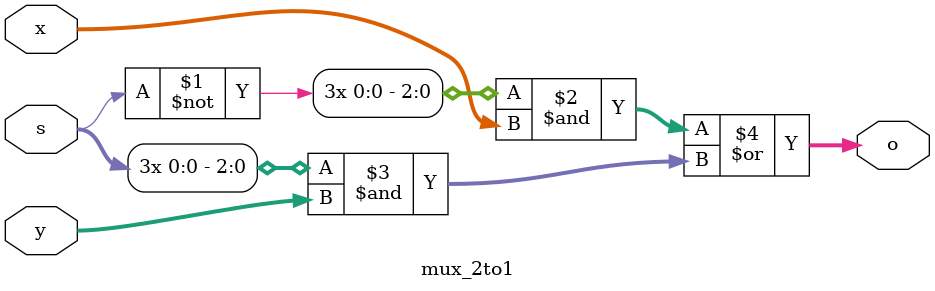
<source format=v>
module lab2_2 (
    SW, LEDR
);
    input [2:0] SW;
    output [2:0] LEDR;

    wire [2:0] u, v, w, x, y;
    assign u = 3'b000;
    assign v = 3'b001;
    assign w = 3'b010;
    assign x = 3'b011;
    assign y = 3'b100;

    wire [2:0] o0, o1, o2;

    mux_2to1 m0(u, v, SW[0], o0);
    mux_2to1 m1(w, x, SW[0], o1);
    mux_2to1 m2(o0, o1, SW[1], o2);
    mux_2to1 m3(o2, y, SW[2], LEDR);
endmodule

module mux_2to1 (
    x, y, s, o
);
    input [2:0] x, y;
    input s;
    output [2:0] o;

    assign o = ({3{~s}} & x) | ({3{s}} & y);
endmodule
</source>
